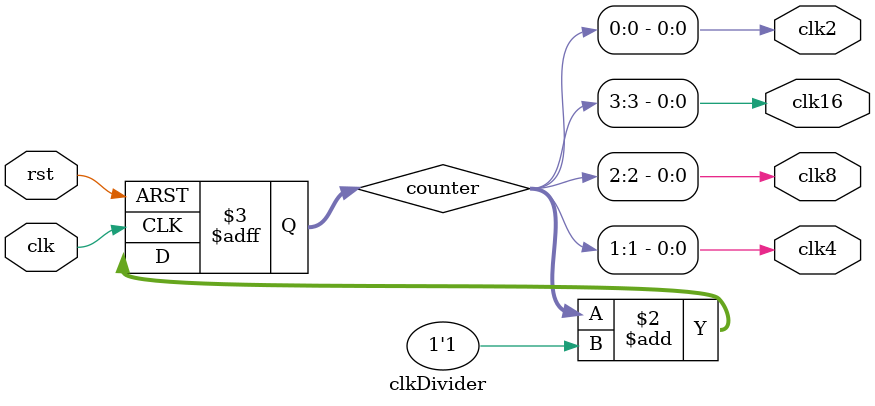
<source format=v>
`timescale 1ns/1ps

module clkDivider(
    input clk,
    input rst,
    output clk2,
    output clk4,
    output clk8,
    output clk16
);
parameter DIV16=16;
reg [3:0]counter;
always @(posedge clk or posedge rst)begin
    if(rst)begin
        counter=4'b0;
    end
    else begin
        counter<=counter+1'b1;
    end
end
assign clk2=counter[0];
assign clk4=counter[1];
assign clk8=counter[2];
assign clk16=counter[3];
endmodule // clkDivider
</source>
